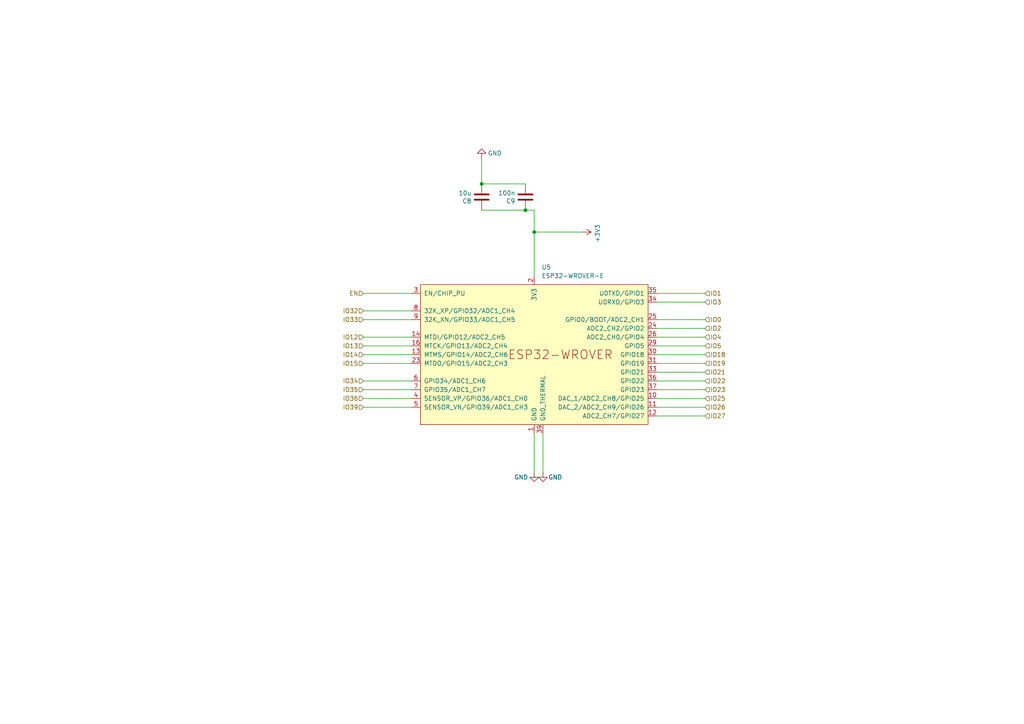
<source format=kicad_sch>
(kicad_sch (version 20250114) (generator "eeschema") (generator_version "9.0")
  (paper "A4")
  (title_block (title "${NAME} ${MODEL}") (date "2025-07-04") (rev "${VERSION}") (company "Mikhail Matveev") (comment 1 "https://github.com/rh1tech/echo"))
  (lib_symbols
    (symbol "Device:C" (pin_numbers (hide yes)) (pin_names (offset 0.254))
      (property "Reference" "C" (at 0.635 2.54 0))
      (property "Value" "C" (at 0.635 -2.54 0))
      (symbol "C_0_1"
        (polyline (pts (xy -2.032 0.762) (xy 2.032 0.762)) (stroke (width 0.508)))
        (polyline (pts (xy -2.032 -0.762) (xy 2.032 -0.762)) (stroke (width 0.508)))
      )
      (symbol "C_1_1"
        (pin passive line (at 0 3.81 270) (length 2.794) (name "~") (number "1"))
        (pin passive line (at 0 -3.81 90) (length 2.794) (name "~") (number "2"))
      )
    )
    (symbol "FRANK:ESP32-WROVER-E" (pin_names (offset 1.016))
      (property "Reference" "U5" (at 2.1433 25.4 0))
      (property "Value" "ESP32-WROVER-E" (at 2.1433 22.86 0))
      (symbol "ESP32-WROVER-E_0_1"
        (rectangle (start -33.02 20.32) (end 33.02 -20.32) (fill (type background)))
      )
      (symbol "ESP32-WROVER-E_1_1"
        (text "ESP32-­WROVER" (at 7.62 0 0) (effects (font (size 2.54 2.54))))
        (pin input line (at -35.56 17.78 0) (length 2.54) (name "EN/CHIP_PU") (number "3"))
        (pin bidirectional line (at -35.56 12.7 0) (length 2.54) (name "32K_XP/GPIO32/ADC1_CH4") (number "8"))
        (pin bidirectional line (at -35.56 10.16 0) (length 2.54) (name "32K_XN/GPIO33/ADC1_CH5") (number "9"))
        (pin bidirectional line (at -35.56 5.08 0) (length 2.54) (name "MTDI/GPIO12/ADC2_CH5") (number "14"))
        (pin bidirectional line (at -35.56 2.54 0) (length 2.54) (name "MTCK/GPIO13/ADC2_CH4") (number "16"))
        (pin bidirectional line (at -35.56 0 0) (length 2.54) (name "MTMS/GPIO14/ADC2_CH6") (number "13"))
        (pin bidirectional line (at -35.56 -2.54 0) (length 2.54) (name "MTDO/GPIO15/ADC2_CH3") (number "23"))
        (pin input line (at -35.56 -7.62 0) (length 2.54) (name "GPIO34/ADC1_CH6") (number "6"))
        (pin input line (at -35.56 -10.16 0) (length 2.54) (name "GPIO35/ADC1_CH7") (number "7"))
        (pin input line (at -35.56 -12.7 0) (length 2.54) (name "SENSOR_VP/GPIO36/ADC1_CH0") (number "4"))
        (pin input line (at -35.56 -15.24 0) (length 2.54) (name "SENSOR_VN/GPIO39/ADC1_CH3") (number "5"))
        (pin power_in line (at 0 22.86 270) (length 2.54) (name "3V3") (number "2"))
        (pin power_in line (at 0 -22.86 90) (length 2.54) (name "GND") (number "1"))
        (pin passive line (at 0 -22.86 90) (length 2.54) (hide yes) (name "GND") (number "15"))
        (pin passive line (at 0 -22.86 90) (length 2.54) (hide yes) (name "GND") (number "38"))
        (pin power_in line (at 2.54 -22.86 90) (length 2.54) (name "GND_THERMAL") (number "39"))
        (pin bidirectional line (at 35.56 17.78 180) (length 2.54) (name "U0TXD/GPIO1") (number "35"))
        (pin bidirectional line (at 35.56 15.24 180) (length 2.54) (name "U0RXD/GPIO3") (number "34"))
        (pin bidirectional line (at 35.56 10.16 180) (length 2.54) (name "GPIO0/BOOT/ADC2_CH1") (number "25"))
        (pin bidirectional line (at 35.56 7.62 180) (length 2.54) (name "ADC2_CH2/GPIO2") (number "24"))
        (pin bidirectional line (at 35.56 5.08 180) (length 2.54) (name "ADC2_CH0/GPIO4") (number "26"))
        (pin bidirectional line (at 35.56 2.54 180) (length 2.54) (name "GPIO5") (number "29"))
        (pin bidirectional line (at 35.56 0 180) (length 2.54) (name "GPIO18") (number "30"))
        (pin bidirectional line (at 35.56 -2.54 180) (length 2.54) (name "GPIO19") (number "31"))
        (pin bidirectional line (at 35.56 -5.08 180) (length 2.54) (name "GPIO21") (number "33"))
        (pin bidirectional line (at 35.56 -7.62 180) (length 2.54) (name "GPIO22") (number "36"))
        (pin bidirectional line (at 35.56 -10.16 180) (length 2.54) (name "GPIO23") (number "37"))
        (pin bidirectional line (at 35.56 -12.7 180) (length 2.54) (name "DAC_1/ADC2_CH8/GPIO25") (number "10"))
        (pin bidirectional line (at 35.56 -15.24 180) (length 2.54) (name "DAC_2/ADC2_CH9/GPIO26") (number "11"))
        (pin bidirectional line (at 35.56 -17.78 180) (length 2.54) (name "ADC2_CH7/GPIO27") (number "12"))
      )
    )
    (symbol "GND_1" (power) (pin_numbers (hide yes)) (pin_names (offset 0) (hide yes))
      (property "Value" "GND" (at 0 -3.81 0))
      (symbol "GND_1_0_1"
        (polyline (pts (xy 0 0) (xy 0 -1.27) (xy 1.27 -1.27) (xy 0 -2.54) (xy -1.27 -1.27) (xy 0 -1.27)))
      )
      (symbol "GND_1_1_1"
        (pin power_in line (at 0 0 270) (length 0) (name "~") (number "1"))
      )
    )
    (symbol "power:+3V3" (power) (pin_numbers (hide yes)) (pin_names (offset 0) (hide yes))
      (property "Value" "+3V3" (at 0 3.556 0))
      (symbol "+3V3_0_1"
        (polyline (pts (xy -0.762 1.27) (xy 0 2.54)))
        (polyline (pts (xy 0 2.54) (xy 0.762 1.27)))
        (polyline (pts (xy 0 0) (xy 0 2.54)))
      )
      (symbol "+3V3_1_1"
        (pin power_in line (at 0 0 90) (length 0) (name "~") (number "1"))
      )
    )
  )
  (junction (at 152.4 60.96))
  (junction (at 139.7 53.34))
  (junction (at 154.94 67.31))
  (wire (pts (xy 190.5 115.57) (xy 204.47 115.57)))
  (wire (pts (xy 119.38 92.71) (xy 105.41 92.71)))
  (wire (pts (xy 190.5 110.49) (xy 204.47 110.49)))
  (wire (pts (xy 190.5 118.11) (xy 204.47 118.11)))
  (wire (pts (xy 190.5 113.03) (xy 204.47 113.03)))
  (wire (pts (xy 139.7 45.72) (xy 139.7 53.34)))
  (wire (pts (xy 190.5 85.09) (xy 204.47 85.09)))
  (wire (pts (xy 119.38 100.33) (xy 105.41 100.33)))
  (wire (pts (xy 139.7 60.96) (xy 152.4 60.96)))
  (wire (pts (xy 190.5 120.65) (xy 204.47 120.65)))
  (wire (pts (xy 119.38 85.09) (xy 105.41 85.09)))
  (wire (pts (xy 119.38 102.87) (xy 105.41 102.87)))
  (wire (pts (xy 190.5 105.41) (xy 204.47 105.41)))
  (wire (pts (xy 190.5 107.95) (xy 204.47 107.95)))
  (wire (pts (xy 152.4 60.96) (xy 154.94 60.96)))
  (wire (pts (xy 119.38 113.03) (xy 105.41 113.03)))
  (wire (pts (xy 190.5 87.63) (xy 204.47 87.63)))
  (wire (pts (xy 119.38 105.41) (xy 105.41 105.41)))
  (wire (pts (xy 190.5 95.25) (xy 204.47 95.25)))
  (wire (pts (xy 119.38 90.17) (xy 105.41 90.17)))
  (wire (pts (xy 154.94 125.73) (xy 154.94 137.16)))
  (wire (pts (xy 119.38 110.49) (xy 105.41 110.49)))
  (wire (pts (xy 190.5 102.87) (xy 204.47 102.87)))
  (wire (pts (xy 154.94 67.31) (xy 154.94 80.01)))
  (wire (pts (xy 190.5 92.71) (xy 204.47 92.71)))
  (wire (pts (xy 119.38 97.79) (xy 105.41 97.79)))
  (wire (pts (xy 168.91 67.31) (xy 154.94 67.31)))
  (wire (pts (xy 190.5 100.33) (xy 204.47 100.33)))
  (wire (pts (xy 139.7 53.34) (xy 152.4 53.34)))
  (wire (pts (xy 119.38 118.11) (xy 105.41 118.11)))
  (wire (pts (xy 154.94 60.96) (xy 154.94 67.31)))
  (wire (pts (xy 157.48 125.73) (xy 157.48 137.16)))
  (wire (pts (xy 119.38 115.57) (xy 105.41 115.57)))
  (wire (pts (xy 190.5 97.79) (xy 204.47 97.79)))
  (hierarchical_label "IO15" (shape input) (at 105.41 105.41 180))
  (hierarchical_label "IO26" (shape input) (at 204.47 118.11 0))
  (hierarchical_label "EN" (shape input) (at 105.41 85.09 180))
  (hierarchical_label "IO36" (shape input) (at 105.41 115.57 180))
  (hierarchical_label "IO34" (shape input) (at 105.41 110.49 180))
  (hierarchical_label "IO5" (shape input) (at 204.47 100.33 0))
  (hierarchical_label "IO22" (shape input) (at 204.47 110.49 0))
  (hierarchical_label "IO12" (shape input) (at 105.41 97.79 180))
  (hierarchical_label "IO2" (shape input) (at 204.47 95.25 0))
  (hierarchical_label "IO1" (shape input) (at 204.47 85.09 0))
  (hierarchical_label "IO32" (shape input) (at 105.41 90.17 180))
  (hierarchical_label "IO18" (shape input) (at 204.47 102.87 0))
  (hierarchical_label "IO33" (shape input) (at 105.41 92.71 180))
  (hierarchical_label "IO0" (shape input) (at 204.47 92.71 0))
  (hierarchical_label "IO19" (shape input) (at 204.47 105.41 0))
  (hierarchical_label "IO27" (shape input) (at 204.47 120.65 0))
  (hierarchical_label "IO23" (shape input) (at 204.47 113.03 0))
  (hierarchical_label "IO35" (shape input) (at 105.41 113.03 180))
  (hierarchical_label "IO25" (shape input) (at 204.47 115.57 0))
  (hierarchical_label "IO21" (shape input) (at 204.47 107.95 0))
  (hierarchical_label "IO39" (shape input) (at 105.41 118.11 180))
  (hierarchical_label "IO14" (shape input) (at 105.41 102.87 180))
  (hierarchical_label "IO13" (shape input) (at 105.41 100.33 180))
  (hierarchical_label "IO4" (shape input) (at 204.47 97.79 0))
  (hierarchical_label "IO3" (shape input) (at 204.47 87.63 0))
  (symbol (lib_name "GND_1") (lib_id "power:GND") (at 157.48 137.16 0) (unit 1)
    (property "Reference" "#PWR035" (effects (hide yes)))
    (property "Value" "GND" (at 161.036 138.43 0))
    (property "Description" "Power symbol creates a global label with name \"GND\" , ground" (effects (hide yes)))
  )
  (symbol (lib_name "GND_1") (lib_id "power:GND") (at 139.7 45.72 180) (unit 1)
    (property "Reference" "#PWR032" (effects (hide yes)))
    (property "Value" "GND" (at 143.51 44.45 0))
    (property "Description" "Power symbol creates a global label with name \"GND\" , ground" (effects (hide yes)))
  )
  (symbol (lib_id "Device:C") (at 139.7 57.15 180) (unit 1)
    (property "Reference" "C8" (at 136.779 58.3184 0) (effects (justify left)))
    (property "Value" "10u" (at 136.779 56.007 0) (effects (justify left)))
    (property "Footprint" "FRANK:Capacitor (0805)" (effects (hide yes)))
    (property "Datasheet" "https://eu.mouser.com/datasheet/2/40/KGM_X7R-3223212.pdf" (effects (hide yes)))
    (property "AliExpress" "https://www.aliexpress.com/item/33008008276.html" (effects (hide yes)))
  )
  (symbol (lib_id "Device:C") (at 152.4 57.15 180) (unit 1)
    (property "Reference" "C9" (at 149.479 58.3184 0) (effects (justify left)))
    (property "Value" "100n" (at 149.479 56.007 0) (effects (justify left)))
    (property "Footprint" "FRANK:Capacitor (0402)" (effects (hide yes)))
    (property "Datasheet" "https://eu.mouser.com/datasheet/2/40/KGM_X7R-3223212.pdf" (effects (hide yes)))
    (property "AliExpress" "https://www.aliexpress.com/item/33008008276.html" (effects (hide yes)))
  )
  (symbol (lib_id "power:+3V3") (at 168.91 67.31 270) (unit 1)
    (property "Reference" "#PWR033" (effects (hide yes)))
    (property "Value" "+3V3" (at 173.3042 67.691 0))
    (property "Description" "Power symbol creates a global label with name \"+3V3\"" (effects (hide yes)))
  )
  (symbol (lib_id "FRANK:ESP32-WROVER-E") (at 154.94 102.87 0) (unit 1)
    (property "Reference" "U5" (at 157.0833 77.47 0) (effects (justify left)))
    (property "Value" "ESP32-WROVER-E" (at 157.0833 80.01 0) (effects (justify left)))
    (property "Footprint" "FRANK:ESP32-WROVER-E" (effects (hide yes)))
    (property "Datasheet" "https://www.espressif.com/sites/default/files/documentation/esp32-wrover-e_esp32-wrover-ie_datasheet_en.pdf" (effects (hide yes)))
    (property "Description" "ESP32-WROVER-E and ESP32-WROVER-IE are two powerful, generic WiFi-BT-BLE MCU modules that target a wide variety of applications, ranging from low-power sensor networks to the most demanding tasks, such as voice encoding, music streaming and MP3 decoding. ESP32-WROVER-E comes with a PCB antenna, and ESP32-WROVER-IE with an IPEX antenna. They both featurea 4 MB external SPI flash and an additional 8 MB SPI Pseudo static RAM (PSRAM)." (effects (hide yes)))
  )
  (symbol (lib_name "GND_1") (lib_id "power:GND") (at 154.94 137.16 0) (unit 1)
    (property "Reference" "#PWR034" (effects (hide yes)))
    (property "Value" "GND" (at 151.13 138.43 0))
    (property "Description" "Power symbol creates a global label with name \"GND\" , ground" (effects (hide yes)))
  )
)
</source>
